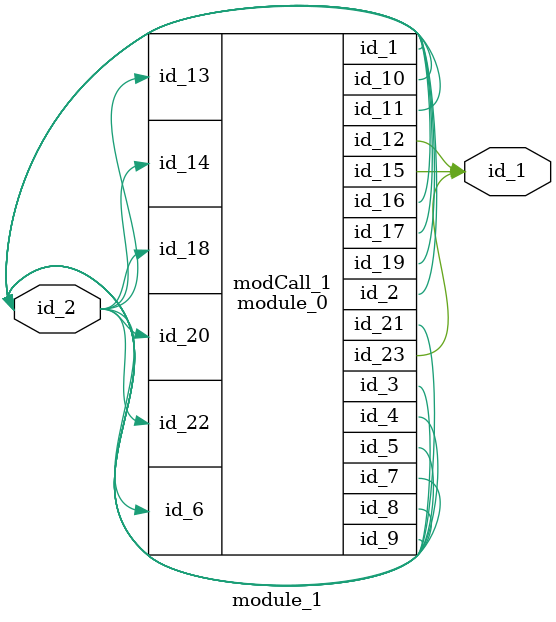
<source format=v>
module module_0 (
    id_1,
    id_2,
    id_3,
    id_4,
    id_5,
    id_6,
    id_7,
    id_8,
    id_9,
    id_10,
    id_11,
    id_12,
    id_13,
    id_14,
    id_15,
    id_16,
    id_17,
    id_18,
    id_19,
    id_20,
    id_21,
    id_22,
    id_23
);
  output wire id_23;
  input wire id_22;
  inout wire id_21;
  input wire id_20;
  inout wire id_19;
  input wire id_18;
  inout wire id_17;
  inout wire id_16;
  output wire id_15;
  input wire id_14;
  input wire id_13;
  output wire id_12;
  inout wire id_11;
  output wire id_10;
  output wire id_9;
  inout wire id_8;
  inout wire id_7;
  input wire id_6;
  inout wire id_5;
  inout wire id_4;
  inout wire id_3;
  inout wire id_2;
  inout wire id_1;
  parameter id_24 = 1;
  wire id_25;
  wire id_26;
endmodule
module module_1 (
    id_1,
    id_2
);
  inout wire id_2;
  output wire id_1;
  module_0 modCall_1 (
      id_2,
      id_2,
      id_2,
      id_2,
      id_2,
      id_2,
      id_2,
      id_2,
      id_2,
      id_2,
      id_2,
      id_1,
      id_2,
      id_2,
      id_1,
      id_2,
      id_2,
      id_2,
      id_2,
      id_2,
      id_2,
      id_2,
      id_1
  );
endmodule

</source>
